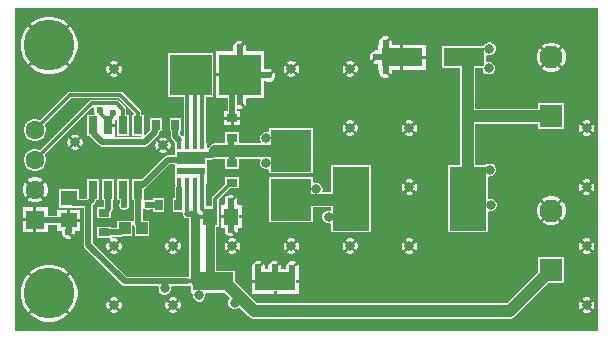
<source format=gbr>
%FSLAX23Y23*%
%MOIN*%
%SFA1B1*%

%IPPOS*%
%ADD13C,0.019685*%
%ADD14R,0.035433X0.027559*%
%ADD15R,0.039370X0.039370*%
%ADD16R,0.027559X0.035433*%
%ADD17R,0.139764X0.137795*%
%ADD18R,0.137795X0.139764*%
%ADD19R,0.051181X0.057087*%
%ADD20R,0.017716X0.017716*%
%ADD21R,0.096457X0.040787*%
%ADD22R,0.096457X0.022126*%
%ADD23R,0.057087X0.051181*%
%ADD24R,0.027559X0.060039*%
%ADD25R,0.137795X0.062992*%
%ADD26R,0.122047X0.212598*%
%ADD47C,0.011811*%
%ADD48C,0.029527*%
%ADD49C,0.039370*%
%ADD50C,0.062992*%
%ADD51R,0.062992X0.062992*%
%ADD52C,0.076771*%
%ADD53R,0.076771X0.076771*%
%ADD54C,0.023622*%
%ADD55C,0.031496*%
%ADD56C,0.169291*%
%LNpcb1_copper_signal_top-1*%
%LPD*%
G36*
X4958Y3063D02*
X3014D01*
Y4141*
X4958*
Y3063*
G37*
%LNpcb1_copper_signal_top-2*%
%LPC*%
G36*
X3139Y4110D02*
X3120D01*
X3102Y4106*
X3085Y4099*
X3069Y4089*
X3066Y4086*
X3074Y4078*
X3067Y4071*
X3059Y4079*
X3056Y4076*
X3046Y4060*
X3038Y4043*
X3035Y4025*
Y4006*
X3038Y3988*
X3046Y3970*
X3056Y3955*
X3059Y3952*
X3067Y3960*
X3074Y3953*
X3066Y3945*
X3069Y3942*
X3085Y3931*
X3102Y3924*
X3120Y3921*
X3139*
X3157Y3924*
X3174Y3931*
X3190Y3942*
X3193Y3945*
X3185Y3953*
X3192Y3960*
X3200Y3952*
X3203Y3955*
X3213Y3970*
X3220Y3988*
X3224Y4006*
Y4025*
X3220Y4043*
X3213Y4060*
X3203Y4076*
X3200Y4079*
X3192Y4071*
X3185Y4078*
X3193Y4086*
X3190Y4089*
X3174Y4099*
X3157Y4106*
X3139Y4110*
G37*
G36*
X4809Y4024D02*
X4796D01*
X4784Y4021*
X4773Y4015*
X4772Y4014*
X4780Y4006*
X4773Y3998*
X4765Y4007*
X4764Y4006*
X4758Y3995*
X4754Y3982*
Y3970*
X4758Y3957*
X4764Y3946*
X4765Y3945*
X4773Y3953*
X4780Y3946*
X4772Y3938*
X4773Y3937*
X4784Y3931*
X4796Y3927*
X4809*
X4821Y3931*
X4832Y3937*
X4833Y3938*
X4825Y3946*
X4832Y3953*
X4840Y3945*
X4841Y3946*
X4848Y3957*
X4851Y3970*
Y3982*
X4848Y3995*
X4841Y4006*
X4840Y4007*
X4832Y3998*
X4825Y4006*
X4833Y4014*
X4832Y4015*
X4821Y4021*
X4809Y4024*
G37*
G36*
X4601Y4025D02*
X4593D01*
X4585Y4021*
X4579Y4016*
X4578Y4012*
X4439*
Y3939*
X4500*
Y3779*
Y3615*
X4459*
Y3392*
X4591*
Y3459*
X4595Y3462*
X4596Y3462*
X4605*
X4612Y3465*
X4618Y3471*
X4621Y3478*
Y3486*
X4618Y3494*
X4612Y3500*
X4605Y3503*
X4596*
X4595Y3503*
X4591Y3505*
Y3577*
X4595Y3579*
X4603*
X4611Y3582*
X4617Y3588*
X4620Y3596*
Y3604*
X4617Y3612*
X4611Y3618*
X4603Y3621*
X4595*
X4587Y3618*
X4585Y3615*
X4550*
Y3754*
X4759*
Y3736*
X4846*
Y3822*
X4759*
Y3804*
X4550*
Y3939*
X4574*
Y3934*
X4577Y3927*
X4583Y3921*
X4591Y3918*
X4599*
X4607Y3921*
X4612Y3927*
X4615Y3934*
Y3942*
X4612Y3950*
X4607Y3956*
X4599Y3959*
X4591*
X4587Y3961*
Y3981*
X4591Y3984*
X4593Y3983*
X4601*
X4609Y3986*
X4615Y3992*
X4618Y4000*
Y4008*
X4615Y4016*
X4609Y4021*
X4601Y4025*
G37*
G36*
X4137Y3962D02*
X4130D01*
X4123Y3961*
X4119Y3958*
X4127Y3950*
X4120Y3943*
X4112Y3951*
X4109Y3946*
X4108Y3940*
Y3933*
X4109Y3927*
X4112Y3922*
X4120Y3930*
X4127Y3923*
X4119Y3915*
X4123Y3913*
X4130Y3911*
X4137*
X4143Y3913*
X4148Y3915*
X4140Y3923*
X4147Y3930*
X4155Y3922*
X4157Y3927*
X4159Y3933*
Y3940*
X4157Y3946*
X4155Y3951*
X4147Y3943*
X4140Y3950*
X4148Y3958*
X4143Y3961*
X4137Y3962*
G37*
G36*
X3940D02*
X3933D01*
X3927Y3961*
X3922Y3958*
X3930Y3950*
X3923Y3943*
X3915Y3951*
X3913Y3946*
X3911Y3940*
Y3933*
X3913Y3927*
X3915Y3922*
X3923Y3930*
X3930Y3923*
X3922Y3915*
X3927Y3913*
X3933Y3911*
X3940*
X3946Y3913*
X3951Y3915*
X3943Y3923*
X3950Y3930*
X3958Y3922*
X3961Y3927*
X3962Y3933*
Y3940*
X3961Y3946*
X3958Y3951*
X3950Y3943*
X3943Y3950*
X3951Y3958*
X3946Y3961*
X3940Y3962*
G37*
G36*
X3349D02*
X3343D01*
X3336Y3961*
X3332Y3958*
X3340Y3950*
X3333Y3943*
X3325Y3951*
X3322Y3946*
X3320Y3940*
Y3933*
X3322Y3927*
X3325Y3922*
X3333Y3930*
X3340Y3923*
X3332Y3915*
X3336Y3913*
X3343Y3911*
X3349*
X3356Y3913*
X3360Y3915*
X3352Y3923*
X3359Y3930*
X3367Y3922*
X3370Y3927*
X3372Y3933*
Y3940*
X3370Y3946*
X3367Y3951*
X3359Y3943*
X3352Y3950*
X3360Y3958*
X3356Y3961*
X3349Y3962*
G37*
G36*
X4256Y4045D02*
X4247D01*
X4239Y4042*
X4233Y4035*
X4230Y4027*
Y4019*
X4229Y4017*
X4226*
Y3999*
X4224Y3998*
X4216*
X4208Y3994*
X4201Y3988*
X4198Y3980*
Y3972*
X4201Y3964*
X4210Y3973*
X4217Y3966*
X4208Y3957*
X4216Y3954*
X4224*
X4226Y3953*
Y3934*
X4229*
X4230Y3933*
Y3924*
X4233Y3916*
X4239Y3910*
X4247Y3907*
X4256*
X4263Y3910*
X4255Y3918*
X4262Y3925*
X4270Y3917*
X4273Y3924*
Y3933*
X4274Y3934*
X4300*
Y3945*
X4310*
Y3934*
X4384*
Y3971*
X4372*
Y3981*
X4384*
Y4017*
X4310*
Y4006*
X4300*
Y4017*
X4274*
X4273Y4019*
Y4027*
X4270Y4035*
X4262Y4026*
X4255Y4033*
X4263Y4042*
X4256Y4045*
G37*
G36*
X3768Y4030D02*
X3760D01*
X3752Y4027*
X3745Y4021*
X3742Y4013*
Y4004*
X3743Y4001*
X3740Y3996*
X3685*
Y3922*
X3696*
Y3912*
X3685*
Y3838*
X3725*
Y3796*
X3712*
Y3777*
X3723*
Y3767*
X3712*
Y3748*
X3735*
Y3760*
X3745*
Y3748*
X3767*
Y3767*
X3756*
Y3777*
X3767*
Y3796*
X3755*
Y3802*
X3759Y3805*
X3761Y3804*
X3770*
X3777Y3807*
X3769Y3816*
X3776Y3823*
X3784Y3814*
X3787Y3822*
Y3830*
X3786Y3834*
X3788Y3838*
X3845*
Y3894*
X3847Y3895*
X3850Y3897*
X3857Y3894*
X3866*
X3874Y3897*
X3880Y3903*
X3883Y3911*
Y3920*
X3880Y3927*
X3872Y3919*
X3865Y3926*
X3873Y3934*
X3866Y3937*
X3857*
X3850Y3935*
X3847Y3936*
X3845Y3937*
Y3996*
X3788*
X3784Y4001*
X3786Y4004*
Y4013*
X3783Y4020*
X3774Y4012*
X3767Y4019*
X3776Y4027*
X3768Y4030*
G37*
G36*
X4924Y3765D02*
X4917D01*
X4911Y3764*
X4906Y3761*
X4914Y3753*
X4907Y3746*
X4899Y3754*
X4897Y3750*
X4895Y3743*
Y3736*
X4897Y3730*
X4899Y3725*
X4907Y3733*
X4914Y3726*
X4906Y3718*
X4911Y3716*
X4917Y3714*
X4924*
X4931Y3716*
X4935Y3718*
X4927Y3726*
X4934Y3733*
X4942Y3725*
X4945Y3730*
X4947Y3736*
Y3743*
X4945Y3750*
X4942Y3754*
X4934Y3746*
X4927Y3753*
X4935Y3761*
X4931Y3764*
X4924Y3765*
G37*
G36*
X4334D02*
X4327D01*
X4320Y3764*
X4316Y3761*
X4324Y3753*
X4317Y3746*
X4309Y3754*
X4306Y3750*
X4304Y3743*
Y3736*
X4306Y3730*
X4309Y3725*
X4317Y3733*
X4324Y3726*
X4316Y3718*
X4320Y3716*
X4327Y3714*
X4334*
X4340Y3716*
X4345Y3718*
X4336Y3726*
X4344Y3733*
X4352Y3725*
X4354Y3730*
X4356Y3736*
Y3743*
X4354Y3750*
X4352Y3754*
X4344Y3746*
X4336Y3753*
X4345Y3761*
X4340Y3764*
X4334Y3765*
G37*
G36*
X4137D02*
X4130D01*
X4123Y3764*
X4119Y3761*
X4127Y3753*
X4120Y3746*
X4112Y3754*
X4109Y3750*
X4108Y3743*
Y3736*
X4109Y3730*
X4112Y3725*
X4120Y3733*
X4127Y3726*
X4119Y3718*
X4123Y3716*
X4130Y3714*
X4137*
X4143Y3716*
X4148Y3718*
X4140Y3726*
X4147Y3733*
X4155Y3725*
X4157Y3730*
X4159Y3736*
Y3743*
X4157Y3750*
X4155Y3754*
X4147Y3746*
X4140Y3753*
X4148Y3761*
X4143Y3764*
X4137Y3765*
G37*
G36*
X3366Y3861D02*
D01*
X3199*
X3194Y3860*
X3191Y3858*
X3099Y3766*
X3096Y3767*
X3087Y3770*
X3077*
X3068Y3767*
X3060Y3763*
X3053Y3756*
X3048Y3747*
X3046Y3738*
Y3729*
X3048Y3719*
X3053Y3711*
X3060Y3704*
X3068Y3699*
X3077Y3697*
X3087*
X3096Y3699*
X3105Y3704*
X3111Y3711*
X3116Y3719*
X3119Y3729*
Y3738*
X3116Y3747*
X3115Y3750*
X3203Y3839*
X3361*
X3412Y3788*
X3410Y3783*
X3407*
Y3713*
X3435*
X3438Y3708*
X3437Y3708*
X3355*
X3350Y3708*
Y3743*
X3339*
Y3753*
X3350*
Y3767*
X3352Y3768*
X3357Y3766*
Y3713*
X3395*
Y3783*
X3387*
Y3800*
X3386Y3804*
X3384Y3808*
X3362Y3830*
X3358Y3833*
X3354Y3833*
X3271*
X3267Y3833*
X3263Y3830*
X3099Y3666*
X3096Y3667*
X3087Y3670*
X3077*
X3068Y3667*
X3060Y3663*
X3053Y3656*
X3048Y3647*
X3046Y3638*
Y3629*
X3048Y3619*
X3053Y3611*
X3060Y3604*
X3068Y3599*
X3077Y3597*
X3087*
X3096Y3599*
X3105Y3604*
X3111Y3611*
X3116Y3619*
X3119Y3629*
Y3638*
X3116Y3647*
X3115Y3650*
X3273Y3808*
X3276Y3808*
X3279Y3803*
X3279Y3802*
Y3794*
X3281Y3788*
X3278Y3783*
X3257*
Y3713*
X3266*
X3269Y3708*
X3296Y3682*
X3301Y3678*
X3307Y3677*
X3448*
X3454Y3678*
X3459Y3682*
X3492Y3714*
X3495Y3719*
X3496Y3725*
X3499Y3729*
X3504*
Y3774*
X3466*
Y3749*
X3466Y3748*
Y3731*
X3450Y3715*
X3445Y3717*
Y3783*
X3437*
Y3790*
Y3790*
X3436Y3794*
X3434Y3797*
X3434*
X3374Y3858*
X3370Y3860*
X3366Y3861*
G37*
G36*
X3677Y3991D02*
X3527D01*
Y3843*
X3578*
Y3713*
X3578Y3713*
X3573Y3711*
X3565Y3719*
Y3729*
X3569*
Y3774*
X3531*
Y3729*
X3535*
Y3713*
X3536Y3707*
X3539Y3702*
X3547Y3694*
X3550Y3690*
Y3664*
X3549*
Y3648*
X3524*
X3518Y3647*
X3513Y3644*
X3439Y3569*
X3407*
Y3499*
X3411*
Y3430*
X3406Y3430*
X3406*
X3357*
Y3407*
X3334*
Y3411*
X3289*
Y3373*
X3330*
X3332*
X3332Y3373*
X3333Y3368*
X3332Y3367*
X3340Y3359*
X3333Y3352*
X3325Y3360*
X3322Y3356*
X3320Y3349*
Y3343*
X3322Y3336*
X3325Y3332*
X3333Y3340*
X3340Y3333*
X3332Y3325*
X3336Y3322*
X3343Y3320*
X3349*
X3356Y3322*
X3360Y3325*
X3352Y3333*
X3359Y3340*
X3367Y3332*
X3370Y3336*
X3372Y3343*
Y3349*
X3370Y3356*
X3367Y3360*
X3359Y3352*
X3352Y3359*
X3360Y3367*
X3356Y3370*
X3349Y3372*
X3343*
X3342Y3372*
X3342Y3372*
X3338Y3376*
X3339Y3377*
X3368*
X3368*
X3374Y3378*
X3378Y3380*
X3406*
Y3416*
X3411Y3416*
X3412Y3412*
X3414Y3409*
Y3380*
X3463*
Y3430*
X3441*
Y3470*
X3446Y3472*
X3449Y3470*
X3455Y3467*
X3462*
X3466Y3469*
X3476*
Y3461*
X3513*
Y3506*
X3476*
Y3499*
X3466*
X3462Y3501*
X3455*
X3449Y3498*
X3447Y3500*
X3445Y3501*
Y3536*
X3447Y3537*
X3452Y3540*
X3530Y3618*
X3545*
X3549Y3614*
Y3608*
Y3579*
X3550*
Y3553*
X3550*
X3552Y3548*
X3549Y3545*
X3548Y3539*
Y3506*
X3541*
Y3461*
X3571*
X3574Y3456*
X3574Y3454*
X3575Y3448*
X3578Y3443*
X3583Y3440*
X3589Y3438*
X3595*
Y3246*
X3591Y3243*
X3589Y3243*
X3388*
X3274Y3356*
Y3481*
X3283Y3490*
Y3490*
X3286Y3495*
X3287Y3499*
X3295*
Y3569*
X3257*
Y3532*
X3257Y3531*
Y3507*
X3254Y3504*
X3228*
Y3535*
X3161*
Y3474*
X3208*
X3210Y3474*
X3244*
Y3350*
X3245Y3344*
X3249Y3339*
X3371Y3217*
X3376Y3214*
X3381Y3213*
X3491*
X3494Y3209*
Y3201*
X3497Y3193*
X3503Y3187*
X3510Y3184*
X3519*
X3526Y3187*
X3532Y3193*
X3535Y3201*
Y3209*
X3538Y3213*
X3589*
X3595Y3214*
X3596Y3215*
X3601Y3212*
Y3191*
X3607*
X3609Y3187*
X3609Y3186*
Y3178*
X3612Y3170*
X3618Y3165*
X3626Y3161*
X3634*
X3641Y3165*
X3647Y3170*
X3650Y3178*
Y3186*
X3650Y3187*
X3653Y3191*
X3713*
X3734Y3171*
X3730Y3168*
X3727Y3160*
Y3152*
X3730Y3144*
X3736Y3138*
X3744Y3135*
X3752*
X3760Y3138*
X3763Y3141*
X3793Y3112*
X3801Y3106*
X3811Y3104*
X4665*
X4674Y3106*
X4683Y3112*
X4795Y3224*
X4846*
Y3311*
X4759*
Y3259*
X4654Y3155*
X3821*
X3749Y3227*
Y3264*
X3684*
Y3411*
X3694*
Y3463*
X3695Y3464*
Y3500*
X3733Y3538*
X3762*
Y3575*
X3717*
Y3553*
X3676Y3512*
X3673Y3508*
X3672Y3504*
Y3478*
X3651*
Y3553*
X3654*
Y3579*
X3655*
Y3608*
Y3611*
Y3616*
Y3634*
X3669*
X3674Y3635*
X3680*
X3685Y3637*
X3717*
Y3603*
X3762*
Y3637*
X3832*
X3835Y3632*
X3832Y3627*
Y3619*
X3836Y3611*
X3841Y3605*
X3849Y3602*
X3857*
X3858Y3603*
X3863Y3600*
Y3589*
X4010*
Y3739*
X3863*
Y3728*
X3858Y3726*
X3858Y3726*
X3849*
X3842Y3723*
X3836Y3717*
X3833Y3709*
Y3701*
X3836Y3693*
X3837Y3692*
X3835Y3688*
X3767*
X3762Y3688*
Y3726*
X3717*
Y3688*
X3712Y3688*
X3682*
X3673Y3686*
X3664Y3680*
X3659Y3672*
X3654Y3673*
Y3690*
X3651*
Y3843*
X3677*
Y3991*
G37*
G36*
X3218Y3717D02*
X3212D01*
X3205Y3716*
X3201Y3713*
X3209Y3705*
X3202Y3698*
X3193Y3706*
X3191Y3701*
X3189Y3695*
Y3688*
X3191Y3682*
X3193Y3677*
X3202Y3685*
X3209Y3678*
X3201Y3670*
X3205Y3668*
X3212Y3666*
X3218*
X3225Y3668*
X3229Y3670*
X3221Y3678*
X3228Y3685*
X3236Y3677*
X3239Y3682*
X3241Y3688*
Y3695*
X3239Y3701*
X3236Y3706*
X3228Y3698*
X3221Y3705*
X3229Y3713*
X3225Y3716*
X3218Y3717*
G37*
G36*
X3512Y3707D02*
X3505D01*
X3498Y3706*
X3494Y3703*
X3502Y3695*
X3495Y3688*
X3487Y3696*
X3484Y3691*
X3483Y3685*
Y3678*
X3484Y3672*
X3487Y3667*
X3495Y3675*
X3502Y3668*
X3494Y3660*
X3498Y3658*
X3505Y3656*
X3512*
X3518Y3658*
X3523Y3660*
X3515Y3668*
X3522Y3675*
X3530Y3667*
X3532Y3672*
X3534Y3678*
Y3685*
X3532Y3691*
X3530Y3696*
X3522Y3688*
X3515Y3695*
X3523Y3703*
X3518Y3706*
X3512Y3707*
G37*
G36*
X3088Y3575D02*
X3077D01*
X3066Y3572*
X3057Y3567*
X3056Y3566*
X3064Y3558*
X3057Y3551*
X3049Y3559*
X3049Y3559*
X3044Y3549*
X3041Y3539*
Y3528*
X3044Y3517*
X3049Y3508*
X3049Y3508*
X3057Y3516*
X3064Y3509*
X3056Y3500*
X3057Y3500*
X3066Y3495*
X3077Y3492*
X3088*
X3098Y3495*
X3108Y3500*
X3108Y3500*
X3100Y3509*
X3107Y3516*
X3115Y3508*
X3115Y3508*
X3121Y3517*
X3124Y3528*
Y3539*
X3121Y3549*
X3115Y3559*
X3115Y3559*
X3107Y3551*
X3100Y3558*
X3108Y3566*
X3108Y3567*
X3098Y3572*
X3088Y3575*
G37*
G36*
X4924Y3569D02*
X4917D01*
X4911Y3567*
X4906Y3564*
X4914Y3556*
X4907Y3549*
X4899Y3557*
X4897Y3553*
X4895Y3546*
Y3539*
X4897Y3533*
X4899Y3528*
X4907Y3537*
X4914Y3529*
X4906Y3521*
X4911Y3519*
X4917Y3517*
X4924*
X4931Y3519*
X4935Y3521*
X4927Y3529*
X4934Y3537*
X4942Y3528*
X4945Y3533*
X4947Y3539*
Y3546*
X4945Y3553*
X4942Y3557*
X4934Y3549*
X4927Y3556*
X4935Y3564*
X4931Y3567*
X4924Y3569*
G37*
G36*
X4334D02*
X4327D01*
X4320Y3567*
X4316Y3564*
X4324Y3556*
X4317Y3549*
X4309Y3557*
X4306Y3553*
X4304Y3546*
Y3539*
X4306Y3533*
X4309Y3528*
X4317Y3537*
X4324Y3529*
X4316Y3521*
X4320Y3519*
X4327Y3517*
X4334*
X4340Y3519*
X4345Y3521*
X4336Y3529*
X4344Y3537*
X4352Y3528*
X4354Y3533*
X4356Y3539*
Y3546*
X4354Y3553*
X4352Y3557*
X4344Y3549*
X4336Y3556*
X4345Y3564*
X4340Y3567*
X4334Y3569*
G37*
G36*
X4201Y3615D02*
X4069D01*
Y3526*
X4043*
X4040Y3530*
X4041Y3532*
Y3540*
X4037Y3547*
X4032Y3553*
X4024Y3556*
X4016*
X4015Y3556*
X4010Y3559*
Y3575*
X3863*
Y3426*
X4010*
Y3475*
X4069*
Y3467*
X4065Y3464*
X4065Y3464*
X4056*
X4049Y3461*
X4043Y3455*
X4040Y3448*
Y3440*
X4043Y3432*
X4049Y3426*
X4056Y3423*
X4065*
X4065Y3423*
X4069Y3420*
Y3392*
X4201*
Y3615*
G37*
G36*
X4809Y3512D02*
X4796D01*
X4784Y3509*
X4773Y3503*
X4772Y3502*
X4780Y3494*
X4773Y3487*
X4765Y3495*
X4764Y3494*
X4758Y3483*
X4754Y3470*
Y3458*
X4758Y3445*
X4764Y3434*
X4765Y3433*
X4773Y3441*
X4780Y3434*
X4772Y3426*
X4773Y3425*
X4784Y3419*
X4796Y3416*
X4809*
X4821Y3419*
X4832Y3425*
X4833Y3426*
X4825Y3434*
X4832Y3441*
X4840Y3433*
X4841Y3434*
X4848Y3445*
X4851Y3458*
Y3470*
X4848Y3483*
X4841Y3494*
X4840Y3495*
X4832Y3487*
X4825Y3494*
X4833Y3502*
X4832Y3503*
X4821Y3509*
X4809Y3512*
G37*
G36*
X3395Y3569D02*
X3357D01*
Y3499*
X3364*
Y3489*
X3363Y3487*
Y3480*
X3365Y3474*
X3370Y3470*
X3376Y3467*
X3383*
X3389Y3470*
X3394Y3474*
X3396Y3480*
Y3487*
X3394Y3493*
Y3499*
X3395*
Y3569*
G37*
G36*
X3124Y3475D02*
X3087D01*
Y3464*
X3077*
Y3475*
X3041*
Y3438*
X3052*
Y3428*
X3041*
Y3392*
X3077*
Y3403*
X3087*
Y3392*
X3124*
Y3416*
X3156*
Y3396*
X3171*
Y3389*
X3174Y3381*
X3180Y3375*
X3188Y3371*
X3197*
X3204Y3374*
X3196Y3383*
X3203Y3390*
X3211Y3382*
X3214Y3389*
Y3396*
X3233*
Y3427*
X3222*
Y3437*
X3233*
Y3467*
X3199*
Y3456*
X3189*
Y3467*
X3156*
Y3447*
X3124*
Y3475*
G37*
G36*
X3345Y3569D02*
X3307D01*
Y3499*
X3311*
Y3476*
X3289*
Y3438*
X3334*
Y3455*
X3337Y3457*
X3337*
X3340Y3462*
X3341Y3468*
Y3499*
X3345*
Y3569*
G37*
G36*
X3740Y3517D02*
X3731D01*
X3723Y3514*
X3717Y3508*
X3714Y3500*
Y3491*
X3715Y3488*
X3712Y3483*
X3701*
Y3449*
X3712*
Y3439*
X3701*
Y3406*
X3714*
X3714Y3405*
Y3397*
X3717Y3389*
X3723Y3383*
X3731Y3379*
X3740*
X3747Y3382*
X3739Y3391*
X3746Y3398*
X3754Y3389*
X3758Y3397*
Y3405*
X3758Y3406*
X3772*
Y3439*
X3761*
Y3449*
X3772*
Y3483*
X3759*
X3756Y3488*
X3757Y3491*
Y3500*
X3754Y3507*
X3746Y3499*
X3739Y3506*
X3747Y3514*
X3740Y3517*
G37*
G36*
X4924Y3372D02*
X4917D01*
X4911Y3370*
X4906Y3367*
X4914Y3359*
X4907Y3352*
X4899Y3360*
X4897Y3356*
X4895Y3349*
Y3343*
X4897Y3336*
X4899Y3332*
X4907Y3340*
X4914Y3333*
X4906Y3325*
X4911Y3322*
X4917Y3320*
X4924*
X4931Y3322*
X4935Y3325*
X4927Y3333*
X4934Y3340*
X4942Y3332*
X4945Y3336*
X4947Y3343*
Y3349*
X4945Y3356*
X4942Y3360*
X4934Y3352*
X4927Y3359*
X4935Y3367*
X4931Y3370*
X4924Y3372*
G37*
G36*
X4334D02*
X4327D01*
X4320Y3370*
X4316Y3367*
X4324Y3359*
X4317Y3352*
X4309Y3360*
X4306Y3356*
X4304Y3349*
Y3343*
X4306Y3336*
X4309Y3332*
X4317Y3340*
X4324Y3333*
X4316Y3325*
X4320Y3322*
X4327Y3320*
X4334*
X4340Y3322*
X4345Y3325*
X4336Y3333*
X4344Y3340*
X4352Y3332*
X4354Y3336*
X4356Y3343*
Y3349*
X4354Y3356*
X4352Y3360*
X4344Y3352*
X4336Y3359*
X4345Y3367*
X4340Y3370*
X4334Y3372*
G37*
G36*
X4137D02*
X4130D01*
X4123Y3370*
X4119Y3367*
X4127Y3359*
X4120Y3352*
X4112Y3360*
X4109Y3356*
X4108Y3349*
Y3343*
X4109Y3336*
X4112Y3332*
X4120Y3340*
X4127Y3333*
X4119Y3325*
X4123Y3322*
X4130Y3320*
X4137*
X4143Y3322*
X4148Y3325*
X4140Y3333*
X4147Y3340*
X4155Y3332*
X4157Y3336*
X4159Y3343*
Y3349*
X4157Y3356*
X4155Y3360*
X4147Y3352*
X4140Y3359*
X4148Y3367*
X4143Y3370*
X4137Y3372*
G37*
G36*
X3940D02*
X3933D01*
X3927Y3370*
X3922Y3367*
X3930Y3359*
X3923Y3352*
X3915Y3360*
X3913Y3356*
X3911Y3349*
Y3343*
X3913Y3336*
X3915Y3332*
X3923Y3340*
X3930Y3333*
X3922Y3325*
X3927Y3322*
X3933Y3320*
X3940*
X3946Y3322*
X3951Y3325*
X3943Y3333*
X3950Y3340*
X3958Y3332*
X3961Y3336*
X3962Y3343*
Y3349*
X3961Y3356*
X3958Y3360*
X3950Y3352*
X3943Y3359*
X3951Y3367*
X3946Y3370*
X3940Y3372*
G37*
G36*
X3743D02*
X3736D01*
X3730Y3370*
X3725Y3367*
X3733Y3359*
X3726Y3352*
X3718Y3360*
X3716Y3356*
X3714Y3349*
Y3343*
X3716Y3336*
X3718Y3332*
X3726Y3340*
X3733Y3333*
X3725Y3325*
X3730Y3322*
X3736Y3320*
X3743*
X3750Y3322*
X3754Y3325*
X3746Y3333*
X3753Y3340*
X3761Y3332*
X3764Y3336*
X3765Y3343*
Y3349*
X3764Y3356*
X3761Y3360*
X3753Y3352*
X3746Y3359*
X3754Y3367*
X3750Y3370*
X3743Y3372*
G37*
G36*
X3546D02*
X3539D01*
X3533Y3370*
X3528Y3367*
X3537Y3359*
X3529Y3352*
X3521Y3360*
X3519Y3356*
X3517Y3349*
Y3343*
X3519Y3336*
X3521Y3332*
X3529Y3340*
X3537Y3333*
X3528Y3325*
X3533Y3322*
X3539Y3320*
X3546*
X3553Y3322*
X3557Y3325*
X3549Y3333*
X3556Y3340*
X3564Y3332*
X3567Y3336*
X3569Y3343*
Y3349*
X3567Y3356*
X3564Y3360*
X3556Y3352*
X3549Y3359*
X3557Y3367*
X3553Y3370*
X3546Y3372*
G37*
G36*
X3886Y3297D02*
X3877D01*
X3869Y3294*
X3863Y3287*
X3860Y3279*
Y3271*
X3859Y3269*
X3849*
X3848Y3271*
Y3279*
X3845Y3287*
X3837Y3278*
X3830Y3285*
X3838Y3294*
X3831Y3297*
X3822*
X3814Y3294*
X3808Y3287*
X3804Y3279*
Y3271*
X3805Y3270*
X3804Y3269*
Y3233*
X3816*
Y3223*
X3804*
Y3186*
X3878*
Y3197*
X3888*
Y3186*
X3962*
Y3223*
X3951*
Y3233*
X3962*
Y3269*
X3962Y3269*
X3962Y3270*
Y3278*
X3959Y3286*
X3951Y3277*
X3944Y3284*
X3952Y3293*
X3945Y3296*
X3936*
X3928Y3292*
X3922Y3286*
X3919Y3278*
Y3270*
X3918Y3269*
X3904*
X3903Y3271*
Y3279*
X3900Y3287*
X3892Y3278*
X3885Y3285*
X3893Y3294*
X3886Y3297*
G37*
G36*
X3139Y3283D02*
X3120D01*
X3102Y3279*
X3085Y3272*
X3069Y3262*
X3066Y3259*
X3074Y3251*
X3067Y3244*
X3059Y3252*
X3056Y3249*
X3046Y3233*
X3038Y3216*
X3035Y3198*
Y3179*
X3038Y3161*
X3046Y3144*
X3056Y3128*
X3059Y3125*
X3067Y3133*
X3074Y3126*
X3066Y3118*
X3069Y3115*
X3085Y3105*
X3102Y3097*
X3120Y3094*
X3139*
X3157Y3097*
X3174Y3105*
X3190Y3115*
X3193Y3118*
X3185Y3126*
X3192Y3133*
X3200Y3125*
X3203Y3128*
X3213Y3144*
X3220Y3161*
X3224Y3179*
Y3198*
X3220Y3216*
X3213Y3233*
X3203Y3249*
X3200Y3252*
X3192Y3244*
X3185Y3251*
X3193Y3259*
X3190Y3262*
X3174Y3272*
X3157Y3279*
X3139Y3283*
G37*
G36*
X4924Y3175D02*
X4917D01*
X4911Y3173*
X4906Y3171*
X4914Y3162*
X4907Y3155*
X4899Y3163*
X4897Y3159*
X4895Y3152*
Y3146*
X4897Y3139*
X4899Y3135*
X4907Y3143*
X4914Y3136*
X4906Y3128*
X4911Y3125*
X4917Y3123*
X4924*
X4931Y3125*
X4935Y3128*
X4927Y3136*
X4934Y3143*
X4942Y3135*
X4945Y3139*
X4947Y3146*
Y3152*
X4945Y3159*
X4942Y3163*
X4934Y3155*
X4927Y3162*
X4935Y3171*
X4931Y3173*
X4924Y3175*
G37*
G36*
X3546D02*
X3539D01*
X3533Y3173*
X3528Y3171*
X3537Y3162*
X3529Y3155*
X3521Y3163*
X3519Y3159*
X3517Y3152*
Y3146*
X3519Y3139*
X3521Y3135*
X3529Y3143*
X3537Y3136*
X3528Y3128*
X3533Y3125*
X3539Y3123*
X3546*
X3553Y3125*
X3557Y3128*
X3549Y3136*
X3556Y3143*
X3564Y3135*
X3567Y3139*
X3569Y3146*
Y3152*
X3567Y3159*
X3564Y3163*
X3556Y3155*
X3549Y3162*
X3557Y3171*
X3553Y3173*
X3546Y3175*
G37*
G36*
X3349D02*
X3343D01*
X3336Y3173*
X3332Y3171*
X3340Y3162*
X3333Y3155*
X3325Y3163*
X3322Y3159*
X3320Y3152*
Y3146*
X3322Y3139*
X3325Y3135*
X3333Y3143*
X3340Y3136*
X3332Y3128*
X3336Y3125*
X3343Y3123*
X3349*
X3356Y3125*
X3360Y3128*
X3352Y3136*
X3359Y3143*
X3367Y3135*
X3370Y3139*
X3372Y3146*
Y3152*
X3370Y3159*
X3367Y3163*
X3359Y3155*
X3352Y3162*
X3360Y3171*
X3356Y3173*
X3349Y3175*
G37*
%LNpcb1_copper_signal_top-3*%
%LPD*%
G54D13*
X3736Y3445D02*
Y3495D01*
Y3445D02*
X3737Y3444D01*
X3736Y3495D02*
X3736Y3495D01*
X3764Y3918D02*
Y4008D01*
Y3918D02*
X3765Y3917D01*
X3766Y3916D02*
X3861D01*
X3765Y3917D02*
X3766Y3916D01*
X3765Y3917D02*
X3765Y3917D01*
Y3826D02*
Y3917D01*
X3194Y3393D02*
Y3432D01*
X3192Y3393D02*
X3194D01*
X3737Y3401D02*
Y3444D01*
X3736Y3401D02*
X3737D01*
X3826Y3228D02*
Y3275D01*
X3881Y3228D02*
Y3275D01*
Y3228D02*
X3883D01*
X3826D02*
X3881D01*
X3940D02*
Y3274D01*
X3883Y3228D02*
X3940D01*
X4251Y3976D02*
Y4023D01*
Y3929D02*
Y3976D01*
X4305*
X4220D02*
X4251D01*
X3589Y3454D02*
X3615D01*
X3381Y3228D02*
X3589D01*
X3563Y3484D02*
Y3539D01*
X3082Y3433D02*
X3084Y3432D01*
X3194*
X3259Y3350D02*
Y3488D01*
Y3350D02*
X3381Y3228D01*
X3210Y3489D02*
X3259D01*
Y3488D02*
X3272Y3500D01*
Y3531*
X3194Y3505D02*
X3210Y3489D01*
X3272Y3531D02*
X3276Y3534D01*
X3307Y3692D02*
X3448D01*
X3280Y3719D02*
Y3744D01*
Y3719D02*
X3307Y3692D01*
X3276Y3748D02*
X3280Y3744D01*
X3481Y3725D02*
Y3748D01*
X3448Y3692D02*
X3481Y3725D01*
Y3748D02*
X3485Y3751D01*
X3524Y3633D02*
X3596D01*
X3442Y3551D02*
X3524Y3633D01*
X3596D02*
X3612Y3649D01*
X3550Y3713D02*
X3563Y3699D01*
X3550Y3713D02*
Y3751D01*
X3612Y3649D02*
X3669D01*
X3682Y3663*
X3664Y3239D02*
X3675Y3228D01*
X3740Y3772D02*
Y3891D01*
X3765Y3917*
X3740Y3622D02*
Y3658D01*
X3735Y3663D02*
X3740Y3658D01*
X3735Y3663D02*
Y3703D01*
X3739Y3707D02*
X3740D01*
X3735Y3703D02*
X3739Y3707D01*
X3426Y3418D02*
Y3534D01*
Y3551*
X3379Y3485D02*
Y3532D01*
Y3485D02*
X3379Y3484D01*
X3376Y3534D02*
X3379Y3532D01*
X3458Y3484D02*
X3495D01*
X3368Y3392D02*
X3381Y3405D01*
X3312Y3392D02*
X3368D01*
X3312Y3457D02*
X3315D01*
X3326Y3468D02*
Y3534D01*
X3315Y3457D02*
X3326Y3468D01*
G54D14*
X3312Y3457D03*
Y3392D03*
X3740Y3622D03*
Y3556D03*
Y3772D03*
Y3707D03*
G54D15*
X3381Y3405D03*
X3439D03*
G54D16*
X3485Y3751D03*
X3550D03*
X3495Y3484D03*
X3560D03*
G54D17*
X3765Y3917D03*
X3602D03*
G54D18*
X3937Y3500D03*
Y3664D03*
G54D19*
X3737Y3444D03*
X3664D03*
G54D20*
X3563Y3567D03*
X3589D03*
X3615D03*
X3640D03*
Y3676D03*
X3615D03*
X3589D03*
X3563D03*
G54D21*
X3602Y3639D03*
G54D22*
X3602Y3595D03*
G54D23*
X3194Y3432D03*
Y3505D03*
G54D24*
X3276Y3748D03*
X3326D03*
X3376D03*
X3426D03*
Y3534D03*
X3376D03*
X3326D03*
X3276D03*
G54D25*
X4305Y3976D03*
X4513D03*
X3883Y3228D03*
X3675D03*
G54D26*
X4135Y3503D03*
X4525D03*
G54D47*
X3303Y3787D02*
X3326Y3764D01*
X3300Y3798D02*
X3303Y3796D01*
Y3787D02*
Y3796D01*
X3326Y3764D02*
X3328D01*
Y3750D02*
Y3764D01*
X3271Y3822D02*
X3354D01*
X3376Y3800*
X3082Y3633D02*
X3271Y3822D01*
X3589Y3454D02*
Y3567D01*
X3615Y3444D02*
Y3567D01*
Y3444D02*
X3664D01*
X3615Y3228D02*
X3675D01*
X3589D02*
X3615D01*
X3340Y3785D02*
X3342Y3788D01*
X3340Y3778D02*
Y3785D01*
X3342Y3788D02*
Y3791D01*
X3326Y3764D02*
X3340Y3778D01*
X3199Y3850D02*
X3366D01*
X3082Y3733D02*
X3199Y3850D01*
X3366D02*
X3426Y3790D01*
Y3748D02*
Y3790D01*
X3376Y3748D02*
Y3800D01*
X3326Y3748D02*
X3328Y3750D01*
X3602Y3595D02*
X3635D01*
X3640Y3567D02*
Y3590D01*
X3635Y3595D02*
X3640Y3590D01*
X3683Y3504D02*
X3736Y3556D01*
X3664Y3444D02*
X3683Y3464D01*
Y3504*
X3736Y3556D02*
X3740D01*
X3640Y3471D02*
Y3567D01*
Y3471D02*
X3664Y3447D01*
Y3444D02*
Y3447D01*
X3615Y3904D02*
X3640Y3878D01*
X3615Y3676D02*
Y3904D01*
X3602Y3917D02*
X3615Y3904D01*
X3589D02*
X3602Y3917D01*
X3589Y3676D02*
Y3904D01*
X3640Y3676D02*
Y3878D01*
X3563Y3539D02*
Y3567D01*
Y3676D02*
Y3699D01*
G54D48*
X3615Y3228D02*
Y3444D01*
X3664Y3239D02*
Y3444D01*
G54D49*
X3712Y3228D02*
X3811Y3129D01*
X4665*
X4803Y3267*
X3675Y3228D02*
X3712D01*
X3682Y3663D02*
X3735D01*
X4525Y3779D02*
Y3964D01*
Y3503D02*
Y3779D01*
X4803*
X4513Y3976D02*
X4525Y3964D01*
X4513Y3976D02*
D01*
X4132Y3500D02*
X4135Y3503D01*
X3937Y3500D02*
X4132D01*
X3735Y3663D02*
X3935D01*
G54D50*
X3082Y3733D03*
Y3633D03*
Y3533D03*
G54D51*
X3082Y3433D03*
G54D52*
X4803Y3464D03*
Y3976D03*
G54D53*
X4803Y3267D03*
Y3779D03*
G54D54*
X3300Y3798D03*
X3736Y3495D03*
X3764Y4008D03*
X3861Y3916D03*
X3765Y3826D03*
X3192Y3393D03*
X3736Y3401D03*
X3826Y3275D03*
X3881D03*
X3940Y3274D03*
X4220Y3976D03*
X4251Y4023D03*
Y3929D03*
X3342Y3791D03*
X3379Y3484D03*
X3458D03*
G54D55*
X4597Y4004D03*
X3508Y3682D03*
X3215Y3692D03*
X4921Y3149D03*
Y3346D03*
Y3543D03*
Y3740D03*
X3543Y3346D03*
X3346D03*
Y3149D03*
X3543D03*
X3740Y3346D03*
X3937D03*
X4133D03*
X4330D03*
Y3543D03*
Y3740D03*
X4133D03*
Y3937D03*
X3937D03*
X3346D03*
X3514Y3205D03*
X3630Y3182D03*
X3748Y3156D03*
X4595Y3938D03*
X4599Y3600D03*
X4601Y3482D03*
X4061Y3444D03*
X4020Y3536D03*
X3853Y3705D03*
X3853Y3623D03*
X3676Y3656D03*
G54D56*
X3129Y3188D03*
Y4015D03*
M02*
</source>
